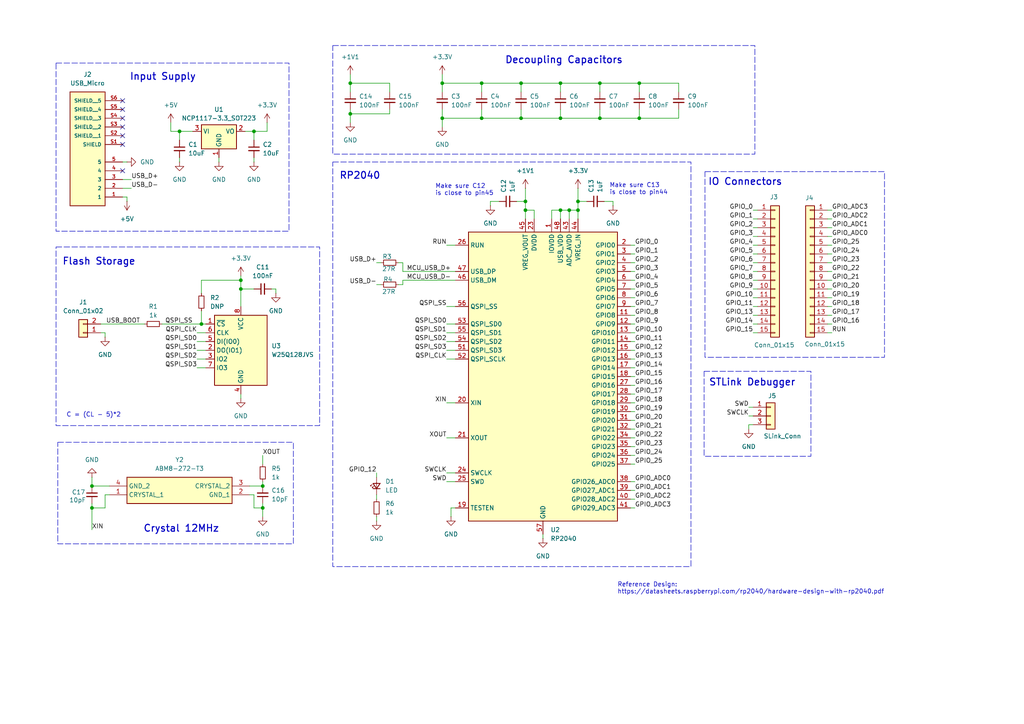
<source format=kicad_sch>
(kicad_sch (version 20231120) (generator "eeschema") (generator_version "8.0")
  (paper "A4")
  (title_block (title "RP2040") (date "2024-06-30") (rev "1.0") (company "EngrEDU"))
  (lib_symbols
    (symbol "ABM8-272-T3:ABM8-272-T3"
      (property "Reference" "Y" (at 36.83 7.62 0))
      (property "Value" "ABM8-272-T3" (at 36.83 5.08 0))
      (symbol "ABM8-272-T3_1_1"
        (rectangle (start 5.08 2.54) (end 35.56 -5.08) (stroke (width 0.254)) (fill (type background)))
        (pin passive line (at 0 -2.54 0) (length 5.08) (name "CRYSTAL_1") (number "1"))
        (pin passive line (at 40.64 -2.54 180) (length 5.08) (name "GND_1") (number "2"))
        (pin passive line (at 40.64 0 180) (length 5.08) (name "CRYSTAL_2") (number "3"))
        (pin passive line (at 0 0 0) (length 5.08) (name "GND_2") (number "4"))
      )
    )
    (symbol "Connector_Generic:Conn_01x02" (pin_names (offset 1.016) hide)
      (property "Reference" "J" (at 0 2.54 0))
      (property "Value" "Conn_01x02" (at 0 -5.08 0))
      (symbol "Conn_01x02_1_1"
        (rectangle (start -1.27 -2.413) (end 0 -2.667) (stroke (width 0.1524)))
        (rectangle (start -1.27 0.127) (end 0 -0.127) (stroke (width 0.1524)))
        (rectangle (start -1.27 1.27) (end 1.27 -3.81) (stroke (width 0.254)) (fill (type background)))
        (pin passive line (at -5.08 0 0) (length 3.81) (name "Pin_1") (number "1"))
        (pin passive line (at -5.08 -2.54 0) (length 3.81) (name "Pin_2") (number "2"))
      )
    )
    (symbol "Connector_Generic:Conn_01x03" (pin_names (offset 1.016) hide)
      (property "Reference" "J" (at 0 5.08 0))
      (property "Value" "Conn_01x03" (at 0 -5.08 0))
      (symbol "Conn_01x03_1_1"
        (rectangle (start -1.27 -2.413) (end 0 -2.667) (stroke (width 0.1524)))
        (rectangle (start -1.27 0.127) (end 0 -0.127) (stroke (width 0.1524)))
        (rectangle (start -1.27 2.667) (end 0 2.413) (stroke (width 0.1524)))
        (rectangle (start -1.27 3.81) (end 1.27 -3.81) (stroke (width 0.254)) (fill (type background)))
        (pin passive line (at -5.08 2.54 0) (length 3.81) (name "Pin_1") (number "1"))
        (pin passive line (at -5.08 0 0) (length 3.81) (name "Pin_2") (number "2"))
        (pin passive line (at -5.08 -2.54 0) (length 3.81) (name "Pin_3") (number "3"))
      )
    )
    (symbol "Connector_Generic:Conn_01x15" (pin_names (offset 1.016) hide)
      (property "Reference" "J" (at 0 20.32 0))
      (property "Value" "Conn_01x15" (at 0 -20.32 0))
      (symbol "Conn_01x15_1_1"
        (rectangle (start -1.27 -17.653) (end 0 -17.907) (stroke (width 0.1524)))
        (rectangle (start -1.27 -15.113) (end 0 -15.367) (stroke (width 0.1524)))
        (rectangle (start -1.27 -12.573) (end 0 -12.827) (stroke (width 0.1524)))
        (rectangle (start -1.27 -10.033) (end 0 -10.287) (stroke (width 0.1524)))
        (rectangle (start -1.27 -7.493) (end 0 -7.747) (stroke (width 0.1524)))
        (rectangle (start -1.27 -4.953) (end 0 -5.207) (stroke (width 0.1524)))
        (rectangle (start -1.27 -2.413) (end 0 -2.667) (stroke (width 0.1524)))
        (rectangle (start -1.27 0.127) (end 0 -0.127) (stroke (width 0.1524)))
        (rectangle (start -1.27 2.667) (end 0 2.413) (stroke (width 0.1524)))
        (rectangle (start -1.27 5.207) (end 0 4.953) (stroke (width 0.1524)))
        (rectangle (start -1.27 7.747) (end 0 7.493) (stroke (width 0.1524)))
        (rectangle (start -1.27 10.287) (end 0 10.033) (stroke (width 0.1524)))
        (rectangle (start -1.27 12.827) (end 0 12.573) (stroke (width 0.1524)))
        (rectangle (start -1.27 15.367) (end 0 15.113) (stroke (width 0.1524)))
        (rectangle (start -1.27 17.907) (end 0 17.653) (stroke (width 0.1524)))
        (rectangle (start -1.27 19.05) (end 1.27 -19.05) (stroke (width 0.254)) (fill (type background)))
        (pin passive line (at -5.08 17.78 0) (length 3.81) (name "Pin_1") (number "1"))
        (pin passive line (at -5.08 -5.08 0) (length 3.81) (name "Pin_10") (number "10"))
        (pin passive line (at -5.08 -7.62 0) (length 3.81) (name "Pin_11") (number "11"))
        (pin passive line (at -5.08 -10.16 0) (length 3.81) (name "Pin_12") (number "12"))
        (pin passive line (at -5.08 -12.7 0) (length 3.81) (name "Pin_13") (number "13"))
        (pin passive line (at -5.08 -15.24 0) (length 3.81) (name "Pin_14") (number "14"))
        (pin passive line (at -5.08 -17.78 0) (length 3.81) (name "Pin_15") (number "15"))
        (pin passive line (at -5.08 15.24 0) (length 3.81) (name "Pin_2") (number "2"))
        (pin passive line (at -5.08 12.7 0) (length 3.81) (name "Pin_3") (number "3"))
        (pin passive line (at -5.08 10.16 0) (length 3.81) (name "Pin_4") (number "4"))
        (pin passive line (at -5.08 7.62 0) (length 3.81) (name "Pin_5") (number "5"))
        (pin passive line (at -5.08 5.08 0) (length 3.81) (name "Pin_6") (number "6"))
        (pin passive line (at -5.08 2.54 0) (length 3.81) (name "Pin_7") (number "7"))
        (pin passive line (at -5.08 0 0) (length 3.81) (name "Pin_8") (number "8"))
        (pin passive line (at -5.08 -2.54 0) (length 3.81) (name "Pin_9") (number "9"))
      )
    )
    (symbol "Device:C_Small" (pin_numbers hide) (pin_names (offset 0.254) hide)
      (property "Reference" "C" (at 0.254 1.778 0))
      (property "Value" "C_Small" (at 0.254 -2.032 0))
      (symbol "C_Small_0_1"
        (polyline (pts (xy -1.524 -0.508) (xy 1.524 -0.508)) (stroke (width 0.3302)))
        (polyline (pts (xy -1.524 0.508) (xy 1.524 0.508)) (stroke (width 0.3048)))
      )
      (symbol "C_Small_1_1"
        (pin passive line (at 0 2.54 270) (length 2.032) (name "~") (number "1"))
        (pin passive line (at 0 -2.54 90) (length 2.032) (name "~") (number "2"))
      )
    )
    (symbol "Device:LED_Small" (pin_numbers hide) (pin_names (offset 0.254) hide)
      (property "Reference" "D" (at -1.27 3.175 0))
      (property "Value" "LED_Small" (at -4.445 -2.54 0))
      (symbol "LED_Small_0_1"
        (polyline (pts (xy -0.762 -1.016) (xy -0.762 1.016)) (stroke (width 0.254)))
        (polyline (pts (xy 1.016 0) (xy -0.762 0)))
        (polyline (pts (xy 0.762 -1.016) (xy -0.762 0) (xy 0.762 1.016) (xy 0.762 -1.016)) (stroke (width 0.254)))
        (polyline (pts (xy 0 0.762) (xy -0.508 1.27) (xy -0.254 1.27) (xy -0.508 1.27) (xy -0.508 1.016)))
        (polyline (pts (xy 0.508 1.27) (xy 0 1.778) (xy 0.254 1.778) (xy 0 1.778) (xy 0 1.524)))
      )
      (symbol "LED_Small_1_1"
        (pin passive line (at -2.54 0 0) (length 1.778) (name "K") (number "1"))
        (pin passive line (at 2.54 0 180) (length 1.778) (name "A") (number "2"))
      )
    )
    (symbol "Device:R_Small" (pin_numbers hide) (pin_names (offset 0.254) hide)
      (property "Reference" "R" (at 0.762 0.508 0))
      (property "Value" "R_Small" (at 0.762 -1.016 0))
      (symbol "R_Small_0_1"
        (rectangle (start -0.762 1.778) (end 0.762 -1.778) (stroke (width 0.2032)))
      )
      (symbol "R_Small_1_1"
        (pin passive line (at 0 2.54 270) (length 0.762) (name "~") (number "1"))
        (pin passive line (at 0 -2.54 90) (length 0.762) (name "~") (number "2"))
      )
    )
    (symbol "MCU_RaspberryPi:RP2040"
      (property "Reference" "U" (at 17.78 45.72 0))
      (property "Value" "RP2040" (at 17.78 43.18 0))
      (symbol "RP2040_0_1"
        (rectangle (start -21.59 41.91) (end 21.59 -41.91) (stroke (width 0.254)) (fill (type background)))
      )
      (symbol "RP2040_1_1"
        (pin power_in line (at 2.54 45.72 270) (length 3.81) (name "IOVDD") (number "1"))
        (pin passive line (at 2.54 45.72 270) (length 3.81) hide (name "IOVDD") (number "10"))
        (pin bidirectional line (at 25.4 17.78 180) (length 3.81) (name "GPIO8") (number "11"))
        (pin bidirectional line (at 25.4 15.24 180) (length 3.81) (name "GPIO9") (number "12"))
        (pin bidirectional line (at 25.4 12.7 180) (length 3.81) (name "GPIO10") (number "13"))
        (pin bidirectional line (at 25.4 10.16 180) (length 3.81) (name "GPIO11") (number "14"))
        (pin bidirectional line (at 25.4 7.62 180) (length 3.81) (name "GPIO12") (number "15"))
        (pin bidirectional line (at 25.4 5.08 180) (length 3.81) (name "GPIO13") (number "16"))
        (pin bidirectional line (at 25.4 2.54 180) (length 3.81) (name "GPIO14") (number "17"))
        (pin bidirectional line (at 25.4 0 180) (length 3.81) (name "GPIO15") (number "18"))
        (pin input line (at -25.4 -38.1 0) (length 3.81) (name "TESTEN") (number "19"))
        (pin bidirectional line (at 25.4 38.1 180) (length 3.81) (name "GPIO0") (number "2"))
        (pin input line (at -25.4 -7.62 0) (length 3.81) (name "XIN") (number "20"))
        (pin passive line (at -25.4 -17.78 0) (length 3.81) (name "XOUT") (number "21"))
        (pin passive line (at 2.54 45.72 270) (length 3.81) hide (name "IOVDD") (number "22"))
        (pin power_in line (at -2.54 45.72 270) (length 3.81) (name "DVDD") (number "23"))
        (pin input line (at -25.4 -27.94 0) (length 3.81) (name "SWCLK") (number "24"))
        (pin bidirectional line (at -25.4 -30.48 0) (length 3.81) (name "SWD") (number "25"))
        (pin input line (at -25.4 38.1 0) (length 3.81) (name "RUN") (number "26"))
        (pin bidirectional line (at 25.4 -2.54 180) (length 3.81) (name "GPIO16") (number "27"))
        (pin bidirectional line (at 25.4 -5.08 180) (length 3.81) (name "GPIO17") (number "28"))
        (pin bidirectional line (at 25.4 -7.62 180) (length 3.81) (name "GPIO18") (number "29"))
        (pin bidirectional line (at 25.4 35.56 180) (length 3.81) (name "GPIO1") (number "3"))
        (pin bidirectional line (at 25.4 -10.16 180) (length 3.81) (name "GPIO19") (number "30"))
        (pin bidirectional line (at 25.4 -12.7 180) (length 3.81) (name "GPIO20") (number "31"))
        (pin bidirectional line (at 25.4 -15.24 180) (length 3.81) (name "GPIO21") (number "32"))
        (pin passive line (at 2.54 45.72 270) (length 3.81) hide (name "IOVDD") (number "33"))
        (pin bidirectional line (at 25.4 -17.78 180) (length 3.81) (name "GPIO22") (number "34"))
        (pin bidirectional line (at 25.4 -20.32 180) (length 3.81) (name "GPIO23") (number "35"))
        (pin bidirectional line (at 25.4 -22.86 180) (length 3.81) (name "GPIO24") (number "36"))
        (pin bidirectional line (at 25.4 -25.4 180) (length 3.81) (name "GPIO25") (number "37"))
        (pin bidirectional line (at 25.4 -30.48 180) (length 3.81) (name "GPIO26_ADC0") (number "38"))
        (pin bidirectional line (at 25.4 -33.02 180) (length 3.81) (name "GPIO27_ADC1") (number "39"))
        (pin bidirectional line (at 25.4 33.02 180) (length 3.81) (name "GPIO2") (number "4"))
        (pin bidirectional line (at 25.4 -35.56 180) (length 3.81) (name "GPIO28_ADC2") (number "40"))
        (pin bidirectional line (at 25.4 -38.1 180) (length 3.81) (name "GPIO29_ADC3") (number "41"))
        (pin passive line (at 2.54 45.72 270) (length 3.81) hide (name "IOVDD") (number "42"))
        (pin power_in line (at 7.62 45.72 270) (length 3.81) (name "ADC_AVDD") (number "43"))
        (pin power_in line (at 10.16 45.72 270) (length 3.81) (name "VREG_IN") (number "44"))
        (pin power_out line (at -5.08 45.72 270) (length 3.81) (name "VREG_VOUT") (number "45"))
        (pin bidirectional line (at -25.4 27.94 0) (length 3.81) (name "USB_DM") (number "46"))
        (pin bidirectional line (at -25.4 30.48 0) (length 3.81) (name "USB_DP") (number "47"))
        (pin power_in line (at 5.08 45.72 270) (length 3.81) (name "USB_VDD") (number "48"))
        (pin passive line (at 2.54 45.72 270) (length 3.81) hide (name "IOVDD") (number "49"))
        (pin bidirectional line (at 25.4 30.48 180) (length 3.81) (name "GPIO3") (number "5"))
        (pin passive line (at -2.54 45.72 270) (length 3.81) hide (name "DVDD") (number "50"))
        (pin bidirectional line (at -25.4 7.62 0) (length 3.81) (name "QSPI_SD3") (number "51"))
        (pin output line (at -25.4 5.08 0) (length 3.81) (name "QSPI_SCLK") (number "52"))
        (pin bidirectional line (at -25.4 15.24 0) (length 3.81) (name "QSPI_SD0") (number "53"))
        (pin bidirectional line (at -25.4 10.16 0) (length 3.81) (name "QSPI_SD2") (number "54"))
        (pin bidirectional line (at -25.4 12.7 0) (length 3.81) (name "QSPI_SD1") (number "55"))
        (pin bidirectional line (at -25.4 20.32 0) (length 3.81) (name "QSPI_SS") (number "56"))
        (pin power_in line (at 0 -45.72 90) (length 3.81) (name "GND") (number "57"))
        (pin bidirectional line (at 25.4 27.94 180) (length 3.81) (name "GPIO4") (number "6"))
        (pin bidirectional line (at 25.4 25.4 180) (length 3.81) (name "GPIO5") (number "7"))
        (pin bidirectional line (at 25.4 22.86 180) (length 3.81) (name "GPIO6") (number "8"))
        (pin bidirectional line (at 25.4 20.32 180) (length 3.81) (name "GPIO7") (number "9"))
      )
    )
    (symbol "Memory_Flash:W25Q128JVS"
      (property "Reference" "U" (at -8.89 8.89 0))
      (property "Value" "W25Q128JVS" (at 7.62 8.89 0))
      (symbol "W25Q128JVS_0_1"
        (rectangle (start -7.62 10.16) (end 7.62 -10.16) (stroke (width 0.254)) (fill (type background)))
      )
      (symbol "W25Q128JVS_1_1"
        (pin input line (at -10.16 7.62 0) (length 2.54) (name "~{CS}") (number "1"))
        (pin bidirectional line (at -10.16 0 0) (length 2.54) (name "DO(IO1)") (number "2"))
        (pin bidirectional line (at -10.16 -2.54 0) (length 2.54) (name "IO2") (number "3"))
        (pin power_in line (at 0 -12.7 90) (length 2.54) (name "GND") (number "4"))
        (pin bidirectional line (at -10.16 2.54 0) (length 2.54) (name "DI(IO0)") (number "5"))
        (pin input line (at -10.16 5.08 0) (length 2.54) (name "CLK") (number "6"))
        (pin bidirectional line (at -10.16 -5.08 0) (length 2.54) (name "IO3") (number "7"))
        (pin power_in line (at 0 12.7 270) (length 2.54) (name "VCC") (number "8"))
      )
    )
    (symbol "Regulator_Linear:NCP1117-3.3_SOT223"
      (property "Reference" "U" (at -3.81 3.175 0))
      (property "Value" "NCP1117-3.3_SOT223" (at 0 3.175 0))
      (symbol "NCP1117-3.3_SOT223_0_1"
        (rectangle (start -5.08 -5.08) (end 5.08 1.905) (stroke (width 0.254)) (fill (type background)))
      )
      (symbol "NCP1117-3.3_SOT223_1_1"
        (pin power_in line (at 0 -7.62 90) (length 2.54) (name "GND") (number "1"))
        (pin power_out line (at 7.62 0 180) (length 2.54) (name "VO") (number "2"))
        (pin power_in line (at -7.62 0 0) (length 2.54) (name "VI") (number "3"))
      )
    )
    (symbol "USB_B_Micro_Amphenol:10118194-0001LF" (pin_names (offset 1.016))
      (property "Reference" "J" (at -5.08 10.668 0))
      (property "Value" "10118194-0001LF" (at -5.08 -25.4 0))
      (symbol "10118194-0001LF_0_0"
        (rectangle (start -5.08 -22.86) (end 5.08 10.16) (stroke (width 0.254)) (fill (type background)))
        (pin passive line (at -10.16 7.62 0) (length 5.08) (name "1") (number "1"))
        (pin passive line (at -10.16 5.08 0) (length 5.08) (name "2") (number "2"))
        (pin passive line (at -10.16 2.54 0) (length 5.08) (name "3") (number "3"))
        (pin passive line (at -10.16 0 0) (length 5.08) (name "4") (number "4"))
        (pin passive line (at -10.16 -2.54 0) (length 5.08) (name "5") (number "5"))
        (pin passive line (at -10.16 -7.62 0) (length 5.08) (name "SHIELD") (number "S1"))
        (pin passive line (at -10.16 -10.16 0) (length 5.08) (name "SHIELD__1") (number "S2"))
        (pin passive line (at -10.16 -12.7 0) (length 5.08) (name "SHIELD__2") (number "S3"))
        (pin passive line (at -10.16 -15.24 0) (length 5.08) (name "SHIELD__3") (number "S4"))
        (pin passive line (at -10.16 -17.78 0) (length 5.08) (name "SHIELD__4") (number "S5"))
        (pin passive line (at -10.16 -20.32 0) (length 5.08) (name "SHIELD__5") (number "S6"))
      )
    )
    (symbol "power:+1V1" (power) (pin_numbers hide) (pin_names (offset 0) hide)
      (property "Value" "+1V1" (at 0 3.556 0))
      (symbol "+1V1_0_1"
        (polyline (pts (xy -0.762 1.27) (xy 0 2.54)))
        (polyline (pts (xy 0 0) (xy 0 2.54)))
        (polyline (pts (xy 0 2.54) (xy 0.762 1.27)))
      )
      (symbol "+1V1_1_1"
        (pin power_in line (at 0 0 90) (length 0) (name "~") (number "1"))
      )
    )
    (symbol "power:+3.3V" (power) (pin_numbers hide) (pin_names (offset 0) hide)
      (property "Value" "+3.3V" (at 0 3.556 0))
      (symbol "+3.3V_0_1"
        (polyline (pts (xy -0.762 1.27) (xy 0 2.54)))
        (polyline (pts (xy 0 0) (xy 0 2.54)))
        (polyline (pts (xy 0 2.54) (xy 0.762 1.27)))
      )
      (symbol "+3.3V_1_1"
        (pin power_in line (at 0 0 90) (length 0) (name "~") (number "1"))
      )
    )
    (symbol "power:+5V" (power) (pin_numbers hide) (pin_names (offset 0) hide)
      (property "Value" "+5V" (at 0 3.556 0))
      (symbol "+5V_0_1"
        (polyline (pts (xy -0.762 1.27) (xy 0 2.54)))
        (polyline (pts (xy 0 0) (xy 0 2.54)))
        (polyline (pts (xy 0 2.54) (xy 0.762 1.27)))
      )
      (symbol "+5V_1_1"
        (pin power_in line (at 0 0 90) (length 0) (name "~") (number "1"))
      )
    )
    (symbol "power:GND" (power) (pin_numbers hide) (pin_names (offset 0) hide)
      (property "Value" "GND" (at 0 -3.81 0))
      (symbol "GND_0_1"
        (polyline (pts (xy 0 0) (xy 0 -1.27) (xy 1.27 -1.27) (xy 0 -2.54) (xy -1.27 -1.27) (xy 0 -1.27)))
      )
      (symbol "GND_1_1"
        (pin power_in line (at 0 0 270) (length 0) (name "~") (number "1"))
      )
    )
  )
  (junction (at 185.42 34.29))
  (junction (at 69.85 83.82))
  (junction (at 185.42 24.13))
  (junction (at 139.7 24.13))
  (junction (at 76.2 147.32))
  (junction (at 167.64 60.96))
  (junction (at 162.56 34.29))
  (junction (at 52.07 38.1))
  (junction (at 152.4 58.42))
  (junction (at 151.13 24.13))
  (junction (at 58.42 93.98))
  (junction (at 26.67 140.97))
  (junction (at 101.6 24.13))
  (junction (at 165.1 60.96))
  (junction (at 167.64 58.42))
  (junction (at 69.85 81.28))
  (junction (at 151.13 34.29))
  (junction (at 101.6 33.02))
  (junction (at 26.67 147.32))
  (junction (at 162.56 60.96))
  (junction (at 128.27 24.13))
  (junction (at 76.2 140.97))
  (junction (at 73.66 38.1))
  (junction (at 152.4 60.96))
  (junction (at 139.7 34.29))
  (junction (at 173.99 34.29))
  (junction (at 173.99 24.13))
  (junction (at 162.56 24.13))
  (junction (at 128.27 34.29))
  (no_connect (at 35.56 39.37))
  (no_connect (at 35.56 34.29))
  (no_connect (at 35.56 31.75))
  (no_connect (at 35.56 41.91))
  (no_connect (at 35.56 29.21))
  (no_connect (at 35.56 36.83))
  (no_connect (at 35.56 49.53))
  (wire (pts (xy 129.54 137.16) (xy 132.08 137.16)))
  (wire (pts (xy 26.67 147.32) (xy 26.67 146.05)))
  (wire (pts (xy 185.42 34.29) (xy 196.85 34.29)))
  (wire (pts (xy 182.88 83.82) (xy 184.15 83.82)))
  (wire (pts (xy 132.08 78.74) (xy 116.84 78.74)))
  (wire (pts (xy 30.48 147.32) (xy 26.67 147.32)))
  (wire (pts (xy 182.88 121.92) (xy 184.15 121.92)))
  (wire (pts (xy 73.66 147.32) (xy 76.2 147.32)))
  (wire (pts (xy 129.54 139.7) (xy 132.08 139.7)))
  (wire (pts (xy 30.48 96.52) (xy 29.21 96.52)))
  (wire (pts (xy 154.94 60.96) (xy 152.4 60.96)))
  (wire (pts (xy 139.7 24.13) (xy 151.13 24.13)))
  (wire (pts (xy 129.54 96.52) (xy 132.08 96.52)))
  (wire (pts (xy 69.85 83.82) (xy 73.66 83.82)))
  (wire (pts (xy 101.6 33.02) (xy 101.6 31.75)))
  (wire (pts (xy 30.48 97.79) (xy 30.48 96.52)))
  (wire (pts (xy 116.84 82.55) (xy 115.57 82.55)))
  (wire (pts (xy 116.84 81.28) (xy 116.84 82.55)))
  (wire (pts (xy 218.44 76.2) (xy 219.71 76.2)))
  (wire (pts (xy 129.54 88.9) (xy 132.08 88.9)))
  (wire (pts (xy 173.99 31.75) (xy 173.99 34.29)))
  (wire (pts (xy 218.44 88.9) (xy 219.71 88.9)))
  (wire (pts (xy 240.03 73.66) (xy 241.3 73.66)))
  (wire (pts (xy 182.88 104.14) (xy 184.15 104.14)))
  (wire (pts (xy 109.22 137.16) (xy 109.22 138.43)))
  (wire (pts (xy 73.66 143.51) (xy 73.66 147.32)))
  (wire (pts (xy 167.64 60.96) (xy 167.64 63.5)))
  (wire (pts (xy 218.44 83.82) (xy 219.71 83.82)))
  (wire (pts (xy 167.64 58.42) (xy 167.64 60.96)))
  (wire (pts (xy 240.03 71.12) (xy 241.3 71.12)))
  (wire (pts (xy 30.48 143.51) (xy 30.48 147.32)))
  (wire (pts (xy 182.88 91.44) (xy 184.15 91.44)))
  (wire (pts (xy 152.4 54.61) (xy 152.4 58.42)))
  (wire (pts (xy 57.15 96.52) (xy 59.69 96.52)))
  (wire (pts (xy 101.6 24.13) (xy 101.6 26.67)))
  (wire (pts (xy 128.27 21.59) (xy 128.27 24.13)))
  (wire (pts (xy 182.88 86.36) (xy 184.15 86.36)))
  (wire (pts (xy 116.84 78.74) (xy 116.84 76.2)))
  (wire (pts (xy 57.15 104.14) (xy 59.69 104.14)))
  (wire (pts (xy 240.03 66.04) (xy 241.3 66.04)))
  (wire (pts (xy 72.39 140.97) (xy 76.2 140.97)))
  (wire (pts (xy 182.88 101.6) (xy 184.15 101.6)))
  (wire (pts (xy 69.85 80.01) (xy 69.85 81.28)))
  (wire (pts (xy 69.85 81.28) (xy 69.85 83.82)))
  (wire (pts (xy 35.56 52.07) (xy 38.1 52.07)))
  (wire (pts (xy 162.56 24.13) (xy 162.56 26.67)))
  (wire (pts (xy 26.67 147.32) (xy 26.67 153.67)))
  (wire (pts (xy 151.13 24.13) (xy 162.56 24.13)))
  (wire (pts (xy 46.99 93.98) (xy 58.42 93.98)))
  (wire (pts (xy 240.03 76.2) (xy 241.3 76.2)))
  (wire (pts (xy 130.81 147.32) (xy 132.08 147.32)))
  (wire (pts (xy 77.47 38.1) (xy 77.47 35.56)))
  (wire (pts (xy 128.27 24.13) (xy 139.7 24.13)))
  (wire (pts (xy 182.88 93.98) (xy 184.15 93.98)))
  (wire (pts (xy 182.88 109.22) (xy 184.15 109.22)))
  (wire (pts (xy 175.26 58.42) (xy 177.8 58.42)))
  (wire (pts (xy 162.56 34.29) (xy 173.99 34.29)))
  (wire (pts (xy 196.85 31.75) (xy 196.85 34.29)))
  (wire (pts (xy 58.42 90.17) (xy 58.42 93.98)))
  (wire (pts (xy 139.7 31.75) (xy 139.7 34.29)))
  (wire (pts (xy 182.88 106.68) (xy 184.15 106.68)))
  (wire (pts (xy 240.03 96.52) (xy 241.3 96.52)))
  (wire (pts (xy 217.17 118.11) (xy 218.44 118.11)))
  (wire (pts (xy 113.03 33.02) (xy 101.6 33.02)))
  (wire (pts (xy 240.03 93.98) (xy 241.3 93.98)))
  (wire (pts (xy 129.54 127) (xy 132.08 127)))
  (wire (pts (xy 76.2 132.08) (xy 76.2 134.62)))
  (wire (pts (xy 129.54 99.06) (xy 132.08 99.06)))
  (wire (pts (xy 129.54 101.6) (xy 132.08 101.6)))
  (wire (pts (xy 149.86 58.42) (xy 152.4 58.42)))
  (wire (pts (xy 57.15 101.6) (xy 59.69 101.6)))
  (wire (pts (xy 218.44 91.44) (xy 219.71 91.44)))
  (wire (pts (xy 154.94 63.5) (xy 154.94 60.96)))
  (wire (pts (xy 101.6 33.02) (xy 101.6 35.56)))
  (wire (pts (xy 80.01 85.09) (xy 80.01 83.82)))
  (wire (pts (xy 58.42 81.28) (xy 69.85 81.28)))
  (wire (pts (xy 182.88 119.38) (xy 184.15 119.38)))
  (wire (pts (xy 240.03 81.28) (xy 241.3 81.28)))
  (wire (pts (xy 240.03 78.74) (xy 241.3 78.74)))
  (wire (pts (xy 157.48 154.94) (xy 157.48 156.21)))
  (wire (pts (xy 240.03 86.36) (xy 241.3 86.36)))
  (wire (pts (xy 218.44 96.52) (xy 219.71 96.52)))
  (wire (pts (xy 76.2 146.05) (xy 76.2 147.32)))
  (wire (pts (xy 55.88 38.1) (xy 52.07 38.1)))
  (wire (pts (xy 185.42 24.13) (xy 196.85 24.13)))
  (wire (pts (xy 240.03 91.44) (xy 241.3 91.44)))
  (wire (pts (xy 182.88 88.9) (xy 184.15 88.9)))
  (wire (pts (xy 182.88 139.7) (xy 184.15 139.7)))
  (wire (pts (xy 142.24 58.42) (xy 144.78 58.42)))
  (wire (pts (xy 63.5 45.72) (xy 63.5 46.99)))
  (wire (pts (xy 240.03 83.82) (xy 241.3 83.82)))
  (wire (pts (xy 167.64 58.42) (xy 170.18 58.42)))
  (wire (pts (xy 218.44 73.66) (xy 219.71 73.66)))
  (wire (pts (xy 49.53 38.1) (xy 49.53 35.56)))
  (wire (pts (xy 73.66 38.1) (xy 73.66 40.64)))
  (wire (pts (xy 36.83 58.42) (xy 36.83 57.15)))
  (wire (pts (xy 218.44 68.58) (xy 219.71 68.58)))
  (wire (pts (xy 73.66 45.72) (xy 73.66 46.99)))
  (wire (pts (xy 109.22 76.2) (xy 110.49 76.2)))
  (wire (pts (xy 162.56 24.13) (xy 173.99 24.13)))
  (wire (pts (xy 218.44 81.28) (xy 219.71 81.28)))
  (wire (pts (xy 151.13 31.75) (xy 151.13 34.29)))
  (wire (pts (xy 26.67 138.43) (xy 26.67 140.97)))
  (wire (pts (xy 57.15 99.06) (xy 59.69 99.06)))
  (wire (pts (xy 52.07 45.72) (xy 52.07 46.99)))
  (wire (pts (xy 182.88 144.78) (xy 184.15 144.78)))
  (wire (pts (xy 142.24 59.69) (xy 142.24 58.42)))
  (wire (pts (xy 185.42 31.75) (xy 185.42 34.29)))
  (wire (pts (xy 218.44 86.36) (xy 219.71 86.36)))
  (wire (pts (xy 182.88 99.06) (xy 184.15 99.06)))
  (wire (pts (xy 182.88 147.32) (xy 184.15 147.32)))
  (wire (pts (xy 109.22 151.13) (xy 109.22 149.86)))
  (wire (pts (xy 36.83 57.15) (xy 35.56 57.15)))
  (wire (pts (xy 182.88 142.24) (xy 184.15 142.24)))
  (wire (pts (xy 129.54 93.98) (xy 132.08 93.98)))
  (wire (pts (xy 151.13 34.29) (xy 162.56 34.29)))
  (wire (pts (xy 109.22 82.55) (xy 110.49 82.55)))
  (wire (pts (xy 58.42 93.98) (xy 59.69 93.98)))
  (wire (pts (xy 182.88 132.08) (xy 184.15 132.08)))
  (wire (pts (xy 152.4 58.42) (xy 152.4 60.96)))
  (wire (pts (xy 182.88 111.76) (xy 184.15 111.76)))
  (wire (pts (xy 57.15 106.68) (xy 59.69 106.68)))
  (wire (pts (xy 76.2 139.7) (xy 76.2 140.97)))
  (wire (pts (xy 139.7 34.29) (xy 151.13 34.29)))
  (wire (pts (xy 218.44 78.74) (xy 219.71 78.74)))
  (wire (pts (xy 185.42 24.13) (xy 185.42 26.67)))
  (wire (pts (xy 26.67 140.97) (xy 31.75 140.97)))
  (wire (pts (xy 128.27 31.75) (xy 128.27 34.29)))
  (wire (pts (xy 182.88 127) (xy 184.15 127)))
  (wire (pts (xy 162.56 63.5) (xy 162.56 60.96)))
  (wire (pts (xy 101.6 21.59) (xy 101.6 24.13)))
  (wire (pts (xy 129.54 104.14) (xy 132.08 104.14)))
  (wire (pts (xy 69.85 83.82) (xy 69.85 88.9)))
  (wire (pts (xy 72.39 143.51) (xy 73.66 143.51)))
  (wire (pts (xy 71.12 38.1) (xy 73.66 38.1)))
  (wire (pts (xy 182.88 76.2) (xy 184.15 76.2)))
  (wire (pts (xy 52.07 38.1) (xy 52.07 40.64)))
  (wire (pts (xy 217.17 123.19) (xy 217.17 124.46)))
  (wire (pts (xy 165.1 63.5) (xy 165.1 60.96)))
  (wire (pts (xy 151.13 24.13) (xy 151.13 26.67)))
  (wire (pts (xy 165.1 60.96) (xy 167.64 60.96)))
  (wire (pts (xy 76.2 147.32) (xy 76.2 149.86)))
  (wire (pts (xy 162.56 60.96) (xy 165.1 60.96)))
  (wire (pts (xy 218.44 66.04) (xy 219.71 66.04)))
  (wire (pts (xy 160.02 60.96) (xy 162.56 60.96)))
  (wire (pts (xy 218.44 93.98) (xy 219.71 93.98)))
  (wire (pts (xy 129.54 71.12) (xy 132.08 71.12)))
  (wire (pts (xy 240.03 68.58) (xy 241.3 68.58)))
  (wire (pts (xy 35.56 54.61) (xy 38.1 54.61)))
  (wire (pts (xy 182.88 96.52) (xy 184.15 96.52)))
  (wire (pts (xy 109.22 143.51) (xy 109.22 144.78)))
  (wire (pts (xy 218.44 63.5) (xy 219.71 63.5)))
  (wire (pts (xy 128.27 36.83) (xy 128.27 34.29)))
  (wire (pts (xy 152.4 60.96) (xy 152.4 63.5)))
  (wire (pts (xy 182.88 78.74) (xy 184.15 78.74)))
  (wire (pts (xy 52.07 38.1) (xy 49.53 38.1)))
  (wire (pts (xy 218.44 71.12) (xy 219.71 71.12)))
  (wire (pts (xy 31.75 143.51) (xy 30.48 143.51)))
  (wire (pts (xy 196.85 24.13) (xy 196.85 26.67)))
  (wire (pts (xy 240.03 63.5) (xy 241.3 63.5)))
  (wire (pts (xy 139.7 24.13) (xy 139.7 26.67)))
  (wire (pts (xy 116.84 76.2) (xy 115.57 76.2)))
  (wire (pts (xy 73.66 38.1) (xy 77.47 38.1)))
  (wire (pts (xy 182.88 114.3) (xy 184.15 114.3)))
  (wire (pts (xy 177.8 58.42) (xy 177.8 59.69)))
  (wire (pts (xy 130.81 149.86) (xy 130.81 147.32)))
  (wire (pts (xy 240.03 88.9) (xy 241.3 88.9)))
  (wire (pts (xy 182.88 81.28) (xy 184.15 81.28)))
  (wire (pts (xy 173.99 24.13) (xy 173.99 26.67)))
  (wire (pts (xy 80.01 83.82) (xy 78.74 83.82)))
  (wire (pts (xy 58.42 85.09) (xy 58.42 81.28)))
  (wire (pts (xy 173.99 24.13) (xy 185.42 24.13)))
  (wire (pts (xy 218.44 60.96) (xy 219.71 60.96)))
  (wire (pts (xy 129.54 116.84) (xy 132.08 116.84)))
  (wire (pts (xy 217.17 120.65) (xy 218.44 120.65)))
  (wire (pts (xy 182.88 134.62) (xy 184.15 134.62)))
  (wire (pts (xy 160.02 63.5) (xy 160.02 60.96)))
  (wire (pts (xy 29.21 93.98) (xy 41.91 93.98)))
  (wire (pts (xy 113.03 31.75) (xy 113.03 33.02)))
  (wire (pts (xy 182.88 129.54) (xy 184.15 129.54)))
  (wire (pts (xy 182.88 71.12) (xy 184.15 71.12)))
  (wire (pts (xy 35.56 46.99) (xy 36.83 46.99)))
  (wire (pts (xy 173.99 34.29) (xy 185.42 34.29)))
  (wire (pts (xy 128.27 26.67) (xy 128.27 24.13)))
  (wire (pts (xy 218.44 123.19) (xy 217.17 123.19)))
  (wire (pts (xy 162.56 31.75) (xy 162.56 34.29)))
  (wire (pts (xy 240.03 60.96) (xy 241.3 60.96)))
  (wire (pts (xy 69.85 114.3) (xy 69.85 115.57)))
  (wire (pts (xy 132.08 81.28) (xy 116.84 81.28)))
  (wire (pts (xy 113.03 26.67) (xy 113.03 24.13)))
  (wire (pts (xy 182.88 124.46) (xy 184.15 124.46)))
  (wire (pts (xy 182.88 73.66) (xy 184.15 73.66)))
  (wire (pts (xy 167.64 54.61) (xy 167.64 58.42)))
  (wire (pts (xy 182.88 116.84) (xy 184.15 116.84)))
  (wire (pts (xy 128.27 34.29) (xy 139.7 34.29)))
  (wire (pts (xy 113.03 24.13) (xy 101.6 24.13)))
  (rectangle (start 16.256 18.288) (end 83.82 67.056) (stroke (width 0) (type dash)))
  (rectangle (start 16.256 71.628) (end 92.71 123.444) (stroke (width 0) (type dash)))
  (rectangle (start 16.764 128.27) (end 85.09 157.734) (stroke (width 0) (type dash)))
  (rectangle (start 204.216 107.696) (end 235.204 132.334) (stroke (width 0) (type dash)))
  (rectangle (start 96.52 13.208) (end 218.948 44.704) (stroke (width 0) (type dash)))
  (rectangle (start 204.47 49.784) (end 256.54 103.632) (stroke (width 0) (type dash)))
  (rectangle (start 96.52 46.99) (end 200.406 164.338) (stroke (width 0) (type dash)))
  (text "Make sure C12\nis close to pin45\n\n" (at 126.238 56.134 0) (effects (font (size 1.27 1.27)) (justify left)))
  (text "Crystal 12MHz\n" (at 52.578 153.416 0) (effects (font (size 2 2) (thickness 0.3) (bold yes))))
  (text "STLink Debugger\n" (at 218.186 110.998 0) (effects (font (size 2 2) (thickness 0.3) (bold yes))))
  (text "C = (CL - 5)*2" (at 27.178 120.396 0) (effects (font (size 1.27 1.27))))
  (text "Flash Storage\n" (at 28.702 75.946 0) (effects (font (size 2 2) (thickness 0.3) (bold yes))))
  (text "IO Connectors" (at 216.154 52.832 0) (effects (font (size 2 2) (thickness 0.3) (bold yes))))
  (text "RP2040" (at 104.394 51.054 0) (effects (font (size 2 2) (thickness 0.3) (bold yes))))
  (text "Decoupling Capacitors" (at 163.576 17.526 0) (effects (font (size 2 2) (thickness 0.3) (bold yes))))
  (text "Input Supply" (at 47.244 22.352 0) (effects (font (size 2 2) (thickness 0.3) (bold yes))))
  (text "Make sure C13\nis close to pin44\n" (at 176.784 54.864 0) (effects (font (size 1.27 1.27)) (justify left)))
  (text "Reference Design:\nhttps://datasheets.raspberrypi.com/rp2040/hardware-design-with-rp2040.pdf" (at 179.07 170.688 0) (effects (font (size 1.27 1.27)) (justify left)))
  (label "GPIO_16" (at 184.15 111.76 0))
  (label "GPIO_15" (at 184.15 109.22 0))
  (label "GPIO_17" (at 184.15 114.3 0))
  (label "GPIO_23" (at 184.15 129.54 0))
  (label "GPIO_24" (at 241.3 73.66 0))
  (label "GPIO_7" (at 184.15 88.9 0))
  (label "GPIO_6" (at 218.44 76.2 180))
  (label "QSPI_SD1" (at 129.54 96.52 180))
  (label "GPIO_7" (at 218.44 78.74 180))
  (label "GPIO_4" (at 184.15 81.28 0))
  (label "QSPI_CLK" (at 57.15 96.52 180))
  (label "GPIO_14" (at 184.15 106.68 0))
  (label "USB_D-" (at 38.1 54.61 0))
  (label "SWD" (at 129.54 139.7 180))
  (label "GPIO_25" (at 184.15 134.62 0))
  (label "QSPI_SS" (at 129.54 88.9 180))
  (label "GPIO_11" (at 184.15 99.06 0))
  (label "GPIO_15" (at 218.44 96.52 180))
  (label "QSPI_SD3" (at 57.15 106.68 180))
  (label "GPIO_21" (at 241.3 81.28 0))
  (label "GPIO_2" (at 184.15 76.2 0))
  (label "GPIO_22" (at 241.3 78.74 0))
  (label "GPIO_13" (at 218.44 91.44 180))
  (label "GPIO_12" (at 184.15 101.6 0))
  (label "GPIO_13" (at 184.15 104.14 0))
  (label "GPIO_5" (at 184.15 83.82 0))
  (label "GPIO_16" (at 241.3 93.98 0))
  (label "USB_D+" (at 109.22 76.2 180))
  (label "GPIO_18" (at 184.15 116.84 0))
  (label "GPIO_5" (at 218.44 73.66 180))
  (label "GPIO_19" (at 241.3 86.36 0))
  (label "GPIO_10" (at 218.44 86.36 180))
  (label "GPIO_2" (at 218.44 66.04 180))
  (label "GPIO_3" (at 184.15 78.74 0))
  (label "QSPI_SD3" (at 129.54 101.6 180))
  (label "GPIO_0" (at 184.15 71.12 0))
  (label "RUN" (at 241.3 96.52 0))
  (label "GPIO_ADC3" (at 241.3 60.96 0))
  (label "RUN" (at 129.54 71.12 180))
  (label "QSPI_SS" (at 55.88 93.98 180))
  (label "QSPI_SD2" (at 57.15 104.14 180))
  (label "GPIO_18" (at 241.3 88.9 0))
  (label "GPIO_3" (at 218.44 68.58 180))
  (label "XOUT" (at 129.54 127 180))
  (label "GPIO_8" (at 218.44 81.28 180))
  (label "QSPI_SD0" (at 129.54 93.98 180))
  (label "GPIO_9" (at 184.15 93.98 0))
  (label "SWCLK" (at 129.54 137.16 180))
  (label "GPIO_21" (at 184.15 124.46 0))
  (label "QSPI_SD2" (at 129.54 99.06 180))
  (label "XIN" (at 26.67 153.67 0))
  (label "QSPI_SD0" (at 57.15 99.06 180))
  (label "GPIO_24" (at 184.15 132.08 0))
  (label "GPIO_20" (at 184.15 121.92 0))
  (label "SWCLK" (at 217.17 120.65 180))
  (label "GPIO_8" (at 184.15 91.44 0))
  (label "GPIO_1" (at 218.44 63.5 180))
  (label "GPIO_19" (at 184.15 119.38 0))
  (label "GPIO_ADC1" (at 184.15 142.24 0))
  (label "GPIO_12" (at 109.22 137.16 180))
  (label "GPIO_ADC1" (at 241.3 66.04 0))
  (label "GPIO_14" (at 218.44 93.98 180))
  (label "XIN" (at 129.54 116.84 180))
  (label "USB_BOOT" (at 40.64 93.98 180))
  (label "GPIO_ADC0" (at 184.15 139.7 0))
  (label "QSPI_SD1" (at 57.15 101.6 180))
  (label "GPIO_ADC2" (at 184.15 144.78 0))
  (label "MCU_USB_D+" (at 130.81 78.74 180))
  (label "GPIO_ADC0" (at 241.3 68.58 0))
  (label "GPIO_25" (at 241.3 71.12 0))
  (label "MCU_USB_D-" (at 130.81 81.28 180))
  (label "GPIO_17" (at 241.3 91.44 0))
  (label "GPIO_ADC2" (at 241.3 63.5 0))
  (label "USB_D+" (at 38.1 52.07 0))
  (label "GPIO_9" (at 218.44 83.82 180))
  (label "SWD" (at 217.17 118.11 180))
  (label "GPIO_4" (at 218.44 71.12 180))
  (label "GPIO_10" (at 184.15 96.52 0))
  (label "GPIO_23" (at 241.3 76.2 0))
  (label "GPIO_ADC3" (at 184.15 147.32 0))
  (label "GPIO_6" (at 184.15 86.36 0))
  (label "XOUT" (at 76.2 132.08 0))
  (label "USB_D-" (at 109.22 82.55 180))
  (label "GPIO_22" (at 184.15 127 0))
  (label "QSPI_CLK" (at 129.54 104.14 180))
  (label "GPIO_20" (at 241.3 83.82 0))
  (label "GPIO_0" (at 218.44 60.96 180))
  (label "GPIO_11" (at 218.44 88.9 180))
  (label "GPIO_1" (at 184.15 73.66 0))
  (symbol (lib_id "Device:R_Small") (at 58.42 87.63 0) (unit 1)
    (property "Reference" "R2" (at 60.96 86.3599 0) (effects (justify left)))
    (property "Value" "DNP" (at 60.96 88.8999 0) (effects (justify left)))
    (property "Footprint" "Resistor_SMD:R_0402_1005Metric_Pad0.72x0.64mm_HandSolder" (effects (hide yes)))
    (property "Description" "Resistor, small symbol" (effects (hide yes)))
  )
  (symbol (lib_id "MCU_RaspberryPi:RP2040") (at 157.48 109.22 0) (unit 1)
    (property "Reference" "U2" (at 159.6741 153.67 0) (effects (justify left)))
    (property "Value" "RP2040" (at 159.6741 156.21 0) (effects (justify left)))
    (property "Footprint" "Package_DFN_QFN:QFN-56-1EP_7x7mm_P0.4mm_EP3.2x3.2mm" (effects (hide yes)))
    (property "Datasheet" "https://datasheets.raspberrypi.com/rp2040/rp2040-datasheet.pdf" (effects (hide yes)))
    (property "Description" "A microcontroller by Raspberry Pi" (effects (hide yes)))
  )
  (symbol (lib_id "Device:C_Small") (at 26.67 143.51 0) (unit 1)
    (property "Reference" "C17" (at 20.828 142.748 0) (effects (justify left)))
    (property "Value" "10pF" (at 20.066 145.034 0) (effects (justify left)))
    (property "Footprint" "Capacitor_SMD:C_0402_1005Metric_Pad0.74x0.62mm_HandSolder" (effects (hide yes)))
    (property "Description" "Unpolarized capacitor, small symbol" (effects (hide yes)))
  )
  (symbol (lib_id "power:GND") (at 130.81 149.86 0) (unit 1)
    (property "Reference" "#PWR08" (effects (hide yes)))
    (property "Value" "GND" (at 130.81 154.94 0))
    (property "Description" "Power symbol creates a global label with name \"GND\" , ground" (effects (hide yes)))
  )
  (symbol (lib_id "Device:C_Small") (at 185.42 29.21 0) (unit 1)
    (property "Reference" "C8" (at 187.96 27.9462 0) (effects (justify left)))
    (property "Value" "100nF" (at 187.96 30.4862 0) (effects (justify left)))
    (property "Footprint" "Capacitor_SMD:C_0402_1005Metric_Pad0.74x0.62mm_HandSolder" (effects (hide yes)))
    (property "Description" "Unpolarized capacitor, small symbol" (effects (hide yes)))
  )
  (symbol (lib_id "Regulator_Linear:NCP1117-3.3_SOT223") (at 63.5 38.1 0) (unit 1)
    (property "Reference" "U1" (at 63.5 31.75 0))
    (property "Value" "NCP1117-3.3_SOT223" (at 63.5 34.29 0))
    (property "Footprint" "Package_TO_SOT_SMD:SOT-223-3_TabPin2" (effects (hide yes)))
    (property "Datasheet" "http://www.onsemi.com/pub_link/Collateral/NCP1117-D.PDF" (effects (hide yes)))
    (property "Description" "1A Low drop-out regulator, Fixed Output 3.3V, SOT-223" (effects (hide yes)))
  )
  (symbol (lib_id "power:GND") (at 109.22 151.13 0) (unit 1)
    (property "Reference" "#PWR025" (effects (hide yes)))
    (property "Value" "GND" (at 109.22 156.21 0))
    (property "Description" "Power symbol creates a global label with name \"GND\" , ground" (effects (hide yes)))
  )
  (symbol (lib_id "Memory_Flash:W25Q128JVS") (at 69.85 101.6 0) (unit 1)
    (property "Reference" "U3" (at 78.74 100.3299 0) (effects (justify left)))
    (property "Value" "W25Q128JVS" (at 78.74 102.8699 0) (effects (justify left)))
    (property "Footprint" "Package_SO:SOIC-8_5.23x5.23mm_P1.27mm" (effects (hide yes)))
    (property "Datasheet" "http://www.winbond.com/resource-files/w25q128jv_dtr%20revc%2003272018%20plus.pdf" (effects (hide yes)))
    (property "Description" "128Mb Serial Flash Memory, Standard/Dual/Quad SPI, SOIC-8" (effects (hide yes)))
  )
  (symbol (lib_id "power:GND") (at 80.01 85.09 0) (unit 1)
    (property "Reference" "#PWR021" (effects (hide yes)))
    (property "Value" "GND" (at 80.01 90.17 0))
    (property "Description" "Power symbol creates a global label with name \"GND\" , ground" (effects (hide yes)))
  )
  (symbol (lib_id "power:GND") (at 63.5 46.99 0) (unit 1)
    (property "Reference" "#PWR05" (effects (hide yes)))
    (property "Value" "GND" (at 63.5 52.07 0))
    (property "Description" "Power symbol creates a global label with name \"GND\" , ground" (effects (hide yes)))
  )
  (symbol (lib_id "Device:C_Small") (at 76.2 83.82 90) (unit 1)
    (property "Reference" "C11" (at 76.2063 77.47 90))
    (property "Value" "100nF" (at 76.2063 80.01 90))
    (property "Footprint" "Capacitor_SMD:C_0402_1005Metric_Pad0.74x0.62mm_HandSolder" (effects (hide yes)))
    (property "Description" "Unpolarized capacitor, small symbol" (effects (hide yes)))
  )
  (symbol (lib_id "Device:C_Small") (at 73.66 43.18 0) (unit 1)
    (property "Reference" "C2" (at 76.2 41.9162 0) (effects (justify left)))
    (property "Value" "10uF" (at 76.2 44.4562 0) (effects (justify left)))
    (property "Footprint" "Capacitor_SMD:C_0805_2012Metric_Pad1.18x1.45mm_HandSolder" (effects (hide yes)))
    (property "Description" "Unpolarized capacitor, small symbol" (effects (hide yes)))
  )
  (symbol (lib_id "power:+3.3V") (at 167.64 54.61 0) (unit 1)
    (property "Reference" "#PWR012" (effects (hide yes)))
    (property "Value" "+3.3V" (at 167.64 49.53 0))
    (property "Description" "Power symbol creates a global label with name \"+3.3V\"" (effects (hide yes)))
  )
  (symbol (lib_id "power:GND") (at 217.17 124.46 0) (unit 1)
    (property "Reference" "#PWR024" (effects (hide yes)))
    (property "Value" "GND" (at 217.17 129.54 0))
    (property "Description" "Power symbol creates a global label with name \"GND\" , ground" (effects (hide yes)))
  )
  (symbol (lib_id "Connector_Generic:Conn_01x15") (at 224.79 78.74 0) (unit 1)
    (property "Reference" "J3" (at 223.266 57.15 0) (effects (justify left)))
    (property "Value" "Conn_01x15" (at 218.694 100.076 0) (effects (justify left)))
    (property "Footprint" "Connector_PinHeader_2.54mm:PinHeader_1x15_P2.54mm_Vertical" (effects (hide yes)))
    (property "Description" "Generic connector, single row, 01x15, script generated (kicad-library-utils/schlib/autogen/connector/)" (effects (hide yes)))
  )
  (symbol (lib_id "Connector_Generic:Conn_01x02") (at 24.13 96.52 180) (unit 1)
    (property "Reference" "J1" (at 24.13 87.63 0))
    (property "Value" "Conn_01x02" (at 24.13 90.17 0))
    (property "Footprint" "Connector_PinHeader_2.54mm:PinHeader_1x02_P2.54mm_Vertical" (effects (hide yes)))
    (property "Description" "Generic connector, single row, 01x02, script generated (kicad-library-utils/schlib/autogen/connector/)" (effects (hide yes)))
  )
  (symbol (lib_id "Device:C_Small") (at 162.56 29.21 0) (unit 1)
    (property "Reference" "C6" (at 165.1 27.9462 0) (effects (justify left)))
    (property "Value" "100nF" (at 165.1 30.4862 0) (effects (justify left)))
    (property "Footprint" "Capacitor_SMD:C_0402_1005Metric_Pad0.74x0.62mm_HandSolder" (effects (hide yes)))
    (property "Description" "Unpolarized capacitor, small symbol" (effects (hide yes)))
  )
  (symbol (lib_id "Device:C_Small") (at 173.99 29.21 0) (unit 1)
    (property "Reference" "C7" (at 176.53 27.9462 0) (effects (justify left)))
    (property "Value" "100nF" (at 176.53 30.4862 0) (effects (justify left)))
    (property "Footprint" "Capacitor_SMD:C_0402_1005Metric_Pad0.74x0.62mm_HandSolder" (effects (hide yes)))
    (property "Description" "Unpolarized capacitor, small symbol" (effects (hide yes)))
  )
  (symbol (lib_id "power:GND") (at 69.85 115.57 0) (unit 1)
    (property "Reference" "#PWR02" (effects (hide yes)))
    (property "Value" "GND" (at 69.85 120.65 0))
    (property "Description" "Power symbol creates a global label with name \"GND\" , ground" (effects (hide yes)))
  )
  (symbol (lib_id "power:GND") (at 128.27 36.83 0) (unit 1)
    (property "Reference" "#PWR010" (effects (hide yes)))
    (property "Value" "GND" (at 128.27 41.91 0))
    (property "Description" "Power symbol creates a global label with name \"GND\" , ground" (effects (hide yes)))
  )
  (symbol (lib_id "USB_B_Micro_Amphenol:10118194-0001LF") (at 25.4 49.53 180) (unit 1)
    (property "Reference" "J2" (at 25.4 21.59 0))
    (property "Value" "USB_Micro" (at 25.4 24.13 0))
    (property "Footprint" "USB_B_Micro_Amphenol:USB_B_Micro_Amphenol" (effects (hide yes)))
    (property "MF" "Amphenol ICC" (effects (hide yes)))
    (property "MAXIMUM_PACKAGE_HEIGHT" "2.66 mm" (effects (hide yes)))
    (property "Package" "None" (effects (hide yes)))
    (property "Price" "None" (effects (hide yes)))
    (property "Check_prices" "https://www.snapeda.com/parts/10118194-0001LF/Amphenol+FCI/view-part/?ref=eda" (effects (hide yes)))
    (property "STANDARD" "Manufacturer Recommendations" (effects (hide yes)))
    (property "PARTREV" "D" (effects (hide yes)))
    (property "SnapEDA_Link" "https://www.snapeda.com/parts/10118194-0001LF/Amphenol+FCI/view-part/?ref=snap" (effects (hide yes)))
    (property "MP" "10118194-0001LF" (effects (hide yes)))
    (property "Purchase-URL" "https://www.snapeda.com/api/url_track_click_mouser/?unipart_id=47625&manufacturer=Amphenol ICC&part_name=10118194-0001LF&search_term=10118194-0001lf" (effects (hide yes)))
    (property "Description_1" "\nMicro USB, Input Output Connectors, B TYPE RECEPTACLE with flange\n" (effects (hide yes)))
    (property "Availability" "In Stock" (effects (hide yes)))
    (property "MANUFACTURER" "Amphenol ICC" (effects (hide yes)))
  )
  (symbol (lib_id "Device:C_Small") (at 52.07 43.18 0) (unit 1)
    (property "Reference" "C1" (at 54.61 41.9162 0) (effects (justify left)))
    (property "Value" "10uF" (at 54.61 44.4562 0) (effects (justify left)))
    (property "Footprint" "Capacitor_SMD:C_0805_2012Metric_Pad1.18x1.45mm_HandSolder" (effects (hide yes)))
    (property "Description" "Unpolarized capacitor, small symbol" (effects (hide yes)))
  )
  (symbol (lib_id "power:+1V1") (at 152.4 54.61 0) (unit 1)
    (property "Reference" "#PWR015" (effects (hide yes)))
    (property "Value" "+1V1" (at 152.4 49.53 0))
    (property "Description" "Power symbol creates a global label with name \"+1V1\"" (effects (hide yes)))
  )
  (symbol (lib_id "power:GND") (at 73.66 46.99 0) (unit 1)
    (property "Reference" "#PWR06" (effects (hide yes)))
    (property "Value" "GND" (at 73.66 52.07 0))
    (property "Description" "Power symbol creates a global label with name \"GND\" , ground" (effects (hide yes)))
  )
  (symbol (lib_id "Device:R_Small") (at 109.22 147.32 180) (unit 1)
    (property "Reference" "R6" (at 111.76 146.0499 0) (effects (justify right)))
    (property "Value" "1k" (at 111.76 148.5899 0) (effects (justify right)))
    (property "Footprint" "Resistor_SMD:R_0402_1005Metric_Pad0.72x0.64mm_HandSolder" (effects (hide yes)))
    (property "Description" "Resistor, small symbol" (effects (hide yes)))
  )
  (symbol (lib_id "power:GND") (at 26.67 138.43 180) (unit 1)
    (property "Reference" "#PWR023" (effects (hide yes)))
    (property "Value" "GND" (at 26.67 133.35 0))
    (property "Description" "Power symbol creates a global label with name \"GND\" , ground" (effects (hide yes)))
  )
  (symbol (lib_id "power:+3.3V") (at 77.47 35.56 0) (unit 1)
    (property "Reference" "#PWR07" (effects (hide yes)))
    (property "Value" "+3.3V" (at 77.47 30.48 0))
    (property "Description" "Power symbol creates a global label with name \"+3.3V\"" (effects (hide yes)))
  )
  (symbol (lib_id "power:+3.3V") (at 128.27 21.59 0) (unit 1)
    (property "Reference" "#PWR09" (effects (hide yes)))
    (property "Value" "+3.3V" (at 128.27 16.51 0))
    (property "Description" "Power symbol creates a global label with name \"+3.3V\"" (effects (hide yes)))
  )
  (symbol (lib_id "Device:R_Small") (at 113.03 76.2 270) (unit 1)
    (property "Reference" "R3" (at 112.268 74.422 90))
    (property "Value" "27R" (at 112.776 77.978 90))
    (property "Footprint" "Resistor_SMD:R_0402_1005Metric_Pad0.72x0.64mm_HandSolder" (effects (hide yes)))
    (property "Description" "Resistor, small symbol" (effects (hide yes)))
  )
  (symbol (lib_id "power:GND") (at 76.2 149.86 0) (unit 1)
    (property "Reference" "#PWR022" (effects (hide yes)))
    (property "Value" "GND" (at 76.2 154.94 0))
    (property "Description" "Power symbol creates a global label with name \"GND\" , ground" (effects (hide yes)))
  )
  (symbol (lib_id "power:GND") (at 177.8 59.69 0) (unit 1)
    (property "Reference" "#PWR014" (effects (hide yes)))
    (property "Value" "GND" (at 177.8 64.77 0))
    (property "Description" "Power symbol creates a global label with name \"GND\" , ground" (effects (hide yes)))
  )
  (symbol (lib_id "Connector_Generic:Conn_01x03") (at 223.52 120.65 0) (unit 1)
    (property "Reference" "J5" (at 222.758 114.808 0) (effects (justify left)))
    (property "Value" "SLink_Conn" (at 221.488 126.492 0) (effects (justify left)))
    (property "Footprint" "Connector_PinHeader_2.54mm:PinHeader_1x03_P2.54mm_Vertical" (effects (hide yes)))
    (property "Description" "Generic connector, single row, 01x03, script generated (kicad-library-utils/schlib/autogen/connector/)" (effects (hide yes)))
  )
  (symbol (lib_id "power:GND") (at 157.48 156.21 0) (unit 1)
    (property "Reference" "#PWR011" (effects (hide yes)))
    (property "Value" "GND" (at 157.48 161.29 0))
    (property "Description" "Power symbol creates a global label with name \"GND\" , ground" (effects (hide yes)))
  )
  (symbol (lib_id "Device:C_Small") (at 196.85 29.21 0) (unit 1)
    (property "Reference" "C9" (at 199.39 27.9462 0) (effects (justify left)))
    (property "Value" "100nF" (at 199.39 30.4862 0) (effects (justify left)))
    (property "Footprint" "Capacitor_SMD:C_0402_1005Metric_Pad0.74x0.62mm_HandSolder" (effects (hide yes)))
    (property "Description" "Unpolarized capacitor, small symbol" (effects (hide yes)))
  )
  (symbol (lib_id "Device:R_Small") (at 113.03 82.55 270) (unit 1)
    (property "Reference" "R4" (at 112.522 81.026 90))
    (property "Value" "27R" (at 112.776 84.582 90))
    (property "Footprint" "Resistor_SMD:R_0402_1005Metric_Pad0.72x0.64mm_HandSolder" (effects (hide yes)))
    (property "Description" "Resistor, small symbol" (effects (hide yes)))
  )
  (symbol (lib_id "Device:C_Small") (at 113.03 29.21 0) (unit 1)
    (property "Reference" "C15" (at 115.57 27.9462 0) (effects (justify left)))
    (property "Value" "100nF" (at 115.57 30.4862 0) (effects (justify left)))
    (property "Footprint" "Capacitor_SMD:C_0402_1005Metric_Pad0.74x0.62mm_HandSolder" (effects (hide yes)))
    (property "Description" "Unpolarized capacitor, small symbol" (effects (hide yes)))
  )
  (symbol (lib_id "power:+1V1") (at 101.6 21.59 0) (unit 1)
    (property "Reference" "#PWR016" (effects (hide yes)))
    (property "Value" "+1V1" (at 101.6 16.51 0))
    (property "Description" "Power symbol creates a global label with name \"+1V1\"" (effects (hide yes)))
  )
  (symbol (lib_id "power:GND") (at 101.6 35.56 0) (unit 1)
    (property "Reference" "#PWR017" (effects (hide yes)))
    (property "Value" "GND" (at 101.6 40.64 0))
    (property "Description" "Power symbol creates a global label with name \"GND\" , ground" (effects (hide yes)))
  )
  (symbol (lib_id "power:GND") (at 30.48 97.79 0) (unit 1)
    (property "Reference" "#PWR020" (effects (hide yes)))
    (property "Value" "GND" (at 30.48 102.87 0))
    (property "Description" "Power symbol creates a global label with name \"GND\" , ground" (effects (hide yes)))
  )
  (symbol (lib_id "Device:C_Small") (at 76.2 143.51 180) (unit 1)
    (property "Reference" "C16" (at 78.74 142.2335 0) (effects (justify right)))
    (property "Value" "10pF" (at 78.74 144.7735 0) (effects (justify right)))
    (property "Footprint" "Capacitor_SMD:C_0402_1005Metric_Pad0.74x0.62mm_HandSolder" (effects (hide yes)))
    (property "Description" "Unpolarized capacitor, small symbol" (effects (hide yes)))
  )
  (symbol (lib_id "power:GND") (at 52.07 46.99 0) (unit 1)
    (property "Reference" "#PWR04" (effects (hide yes)))
    (property "Value" "GND" (at 52.07 52.07 0))
    (property "Description" "Power symbol creates a global label with name \"GND\" , ground" (effects (hide yes)))
  )
  (symbol (lib_id "Device:C_Small") (at 139.7 29.21 0) (unit 1)
    (property "Reference" "C4" (at 142.24 27.9462 0) (effects (justify left)))
    (property "Value" "100nF" (at 142.24 30.4862 0) (effects (justify left)))
    (property "Footprint" "Capacitor_SMD:C_0402_1005Metric_Pad0.74x0.62mm_HandSolder" (effects (hide yes)))
    (property "Description" "Unpolarized capacitor, small symbol" (effects (hide yes)))
  )
  (symbol (lib_id "Device:R_Small") (at 44.45 93.98 270) (unit 1)
    (property "Reference" "R1" (at 44.45 88.9 90))
    (property "Value" "1k" (at 44.45 91.44 90))
    (property "Footprint" "Resistor_SMD:R_0402_1005Metric_Pad0.72x0.64mm_HandSolder" (effects (hide yes)))
    (property "Description" "Resistor, small symbol" (effects (hide yes)))
  )
  (symbol (lib_id "power:+5V") (at 49.53 35.56 0) (unit 1)
    (property "Reference" "#PWR03" (effects (hide yes)))
    (property "Value" "+5V" (at 49.53 30.48 0))
    (property "Description" "Power symbol creates a global label with name \"+5V\"" (effects (hide yes)))
  )
  (symbol (lib_id "Device:C_Small") (at 101.6 29.21 0) (unit 1)
    (property "Reference" "C14" (at 104.14 27.9462 0) (effects (justify left)))
    (property "Value" "100nF" (at 104.14 30.4862 0) (effects (justify left)))
    (property "Footprint" "Capacitor_SMD:C_0402_1005Metric_Pad0.74x0.62mm_HandSolder" (effects (hide yes)))
    (property "Description" "Unpolarized capacitor, small symbol" (effects (hide yes)))
  )
  (symbol (lib_id "Device:C_Small") (at 147.32 58.42 90) (unit 1)
    (property "Reference" "C12" (at 146.0562 55.88 0) (effects (justify left)))
    (property "Value" "1uF" (at 148.5962 55.88 0) (effects (justify left)))
    (property "Footprint" "Capacitor_SMD:C_0402_1005Metric_Pad0.74x0.62mm_HandSolder" (effects (hide yes)))
    (property "Description" "Unpolarized capacitor, small symbol" (effects (hide yes)))
  )
  (symbol (lib_id "power:+5V") (at 36.83 58.42 180) (unit 1)
    (property "Reference" "#PWR019" (effects (hide yes)))
    (property "Value" "+5V" (at 36.83 63.5 0))
    (property "Description" "Power symbol creates a global label with name \"+5V\"" (effects (hide yes)))
  )
  (symbol (lib_id "Connector_Generic:Conn_01x15") (at 234.95 78.74 0) (mirror y) (unit 1)
    (property "Reference" "J4" (at 235.966 57.404 0) (effects (justify left)))
    (property "Value" "Conn_01x15" (at 245.11 99.822 0) (effects (justify left)))
    (property "Footprint" "Connector_PinHeader_2.54mm:PinHeader_1x15_P2.54mm_Vertical" (effects (hide yes)))
    (property "Description" "Generic connector, single row, 01x15, script generated (kicad-library-utils/schlib/autogen/connector/)" (effects (hide yes)))
  )
  (symbol (lib_id "power:+3.3V") (at 69.85 80.01 0) (unit 1)
    (property "Reference" "#PWR01" (effects (hide yes)))
    (property "Value" "+3.3V" (at 69.85 74.93 0))
    (property "Description" "Power symbol creates a global label with name \"+3.3V\"" (effects (hide yes)))
  )
  (symbol (lib_id "ABM8-272-T3:ABM8-272-T3") (at 31.75 140.97 0) (unit 1)
    (property "Reference" "Y2" (at 52.07 133.35 0))
    (property "Value" "ABM8-272-T3" (at 52.07 135.89 0))
    (property "Footprint" "Crytal_ABM8-272-T3:Crytal_ABM8-272-T3" (effects (hide yes)))
    (property "Datasheet" "https://abracon.com/datasheets/ABM8-272-T3.pdf" (effects (hide yes)))
    (property "Description" "Crystal, 12 MHz, SMD, 3.2mm x 2.5mm, 30 ppm, 10 pF, 30 ppm, ABM8 Series" (effects (hide yes)))
    (property "Height" "0.8" (effects (hide yes)))
    (property "Manufacturer_Name" "ABRACON" (effects (hide yes)))
    (property "Manufacturer_Part_Number" "ABM8-272-T3" (effects (hide yes)))
    (property "Mouser Part Number" "815-ABM8-272-T3" (effects (hide yes)))
    (property "Mouser Price/Stock" "https://www.mouser.co.uk/ProductDetail/ABRACON/ABM8-272-T3?qs=QpmGXVUTftEj6miOiJBMxQ%3D%3D" (effects (hide yes)))
  )
  (symbol (lib_id "Device:C_Small") (at 151.13 29.21 0) (unit 1)
    (property "Reference" "C5" (at 153.67 27.9462 0) (effects (justify left)))
    (property "Value" "100nF" (at 153.67 30.4862 0) (effects (justify left)))
    (property "Footprint" "Capacitor_SMD:C_0402_1005Metric_Pad0.74x0.62mm_HandSolder" (effects (hide yes)))
    (property "Description" "Unpolarized capacitor, small symbol" (effects (hide yes)))
  )
  (symbol (lib_id "power:GND") (at 36.83 46.99 90) (unit 1)
    (property "Reference" "#PWR018" (effects (hide yes)))
    (property "Value" "GND" (at 40.64 46.9899 90) (effects (justify right)))
    (property "Description" "Power symbol creates a global label with name \"GND\" , ground" (effects (hide yes)))
  )
  (symbol (lib_id "Device:R_Small") (at 76.2 137.16 0) (unit 1)
    (property "Reference" "R5" (at 78.74 135.8899 0) (effects (justify left)))
    (property "Value" "1k" (at 78.74 138.4299 0) (effects (justify left)))
    (property "Footprint" "Resistor_SMD:R_0402_1005Metric_Pad0.72x0.64mm_HandSolder" (effects (hide yes)))
    (property "Description" "Resistor, small symbol" (effects (hide yes)))
  )
  (symbol (lib_id "Device:C_Small") (at 172.72 58.42 90) (unit 1)
    (property "Reference" "C13" (at 171.4562 55.88 0) (effects (justify left)))
    (property "Value" "1uF" (at 173.9962 55.88 0) (effects (justify left)))
    (property "Footprint" "Capacitor_SMD:C_0402_1005Metric_Pad0.74x0.62mm_HandSolder" (effects (hide yes)))
    (property "Description" "Unpolarized capacitor, small symbol" (effects (hide yes)))
  )
  (symbol (lib_id "power:GND") (at 142.24 59.69 0) (unit 1)
    (property "Reference" "#PWR013" (effects (hide yes)))
    (property "Value" "GND" (at 142.24 64.77 0))
    (property "Description" "Power symbol creates a global label with name \"GND\" , ground" (effects (hide yes)))
  )
  (symbol (lib_id "Device:C_Small") (at 128.27 29.21 0) (unit 1)
    (property "Reference" "C3" (at 130.81 27.9462 0) (effects (justify left)))
    (property "Value" "100nF" (at 130.81 30.4862 0) (effects (justify left)))
    (property "Footprint" "Capacitor_SMD:C_0402_1005Metric_Pad0.74x0.62mm_HandSolder" (effects (hide yes)))
    (property "Description" "Unpolarized capacitor, small symbol" (effects (hide yes)))
  )
  (symbol (lib_id "Device:LED_Small") (at 109.22 140.97 90) (unit 1)
    (property "Reference" "D1" (at 111.76 139.6364 90) (effects (justify right)))
    (property "Value" "LED" (at 111.76 142.1764 90) (effects (justify right)))
    (property "Footprint" "LED_SMD:LED_0402_1005Metric_Pad0.77x0.64mm_HandSolder" (effects (hide yes)))
    (property "Description" "Light emitting diode, small symbol" (effects (hide yes)))
  )
)
</source>
